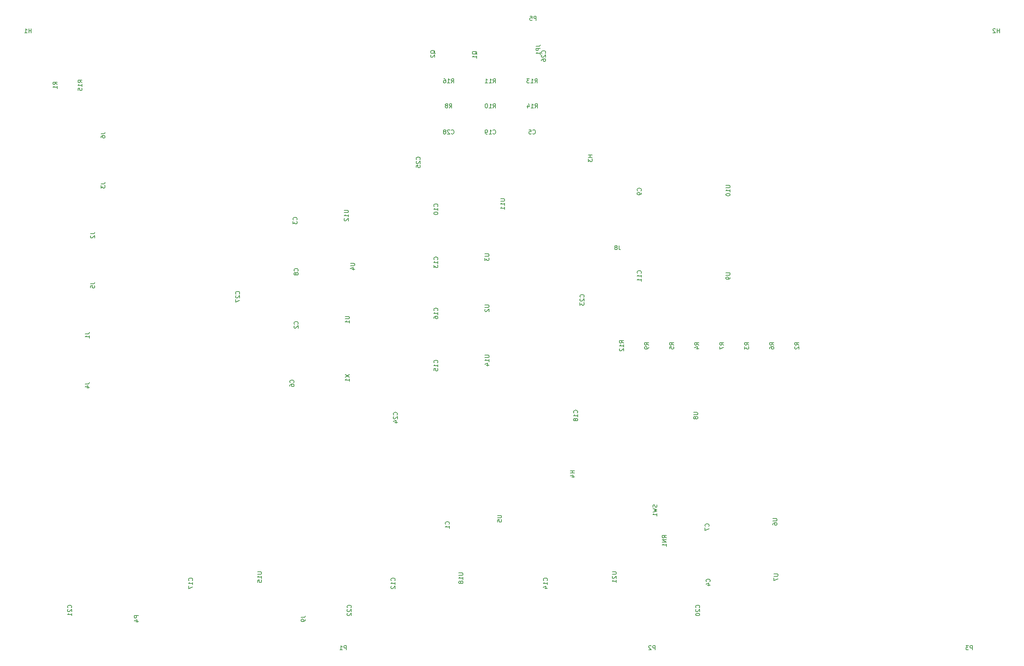
<source format=gbr>
%TF.GenerationSoftware,KiCad,Pcbnew,(6.0.11)*%
%TF.CreationDate,2024-01-15T17:38:44-05:00*%
%TF.ProjectId,input-output.Text,696e7075-742d-46f7-9574-7075742e5465,rev?*%
%TF.SameCoordinates,Original*%
%TF.FileFunction,Legend,Bot*%
%TF.FilePolarity,Positive*%
%FSLAX46Y46*%
G04 Gerber Fmt 4.6, Leading zero omitted, Abs format (unit mm)*
G04 Created by KiCad (PCBNEW (6.0.11)) date 2024-01-15 17:38:44*
%MOMM*%
%LPD*%
G01*
G04 APERTURE LIST*
%ADD10C,0.150000*%
G04 APERTURE END LIST*
D10*
%TO.C,H2*%
X269261904Y-78452380D02*
X269261904Y-77452380D01*
X269261904Y-77928571D02*
X268690476Y-77928571D01*
X268690476Y-78452380D02*
X268690476Y-77452380D01*
X268261904Y-77547619D02*
X268214285Y-77500000D01*
X268119047Y-77452380D01*
X267880952Y-77452380D01*
X267785714Y-77500000D01*
X267738095Y-77547619D01*
X267690476Y-77642857D01*
X267690476Y-77738095D01*
X267738095Y-77880952D01*
X268309523Y-78452380D01*
X267690476Y-78452380D01*
%TO.C,H1*%
X37261904Y-78452380D02*
X37261904Y-77452380D01*
X37261904Y-77928571D02*
X36690476Y-77928571D01*
X36690476Y-78452380D02*
X36690476Y-77452380D01*
X35690476Y-78452380D02*
X36261904Y-78452380D01*
X35976190Y-78452380D02*
X35976190Y-77452380D01*
X36071428Y-77595238D01*
X36166666Y-77690476D01*
X36261904Y-77738095D01*
%TO.C,P2*%
X186738095Y-226452380D02*
X186738095Y-225452380D01*
X186357142Y-225452380D01*
X186261904Y-225500000D01*
X186214285Y-225547619D01*
X186166666Y-225642857D01*
X186166666Y-225785714D01*
X186214285Y-225880952D01*
X186261904Y-225928571D01*
X186357142Y-225976190D01*
X186738095Y-225976190D01*
X185785714Y-225547619D02*
X185738095Y-225500000D01*
X185642857Y-225452380D01*
X185404761Y-225452380D01*
X185309523Y-225500000D01*
X185261904Y-225547619D01*
X185214285Y-225642857D01*
X185214285Y-225738095D01*
X185261904Y-225880952D01*
X185833333Y-226452380D01*
X185214285Y-226452380D01*
%TO.C,P3*%
X262738095Y-226452380D02*
X262738095Y-225452380D01*
X262357142Y-225452380D01*
X262261904Y-225500000D01*
X262214285Y-225547619D01*
X262166666Y-225642857D01*
X262166666Y-225785714D01*
X262214285Y-225880952D01*
X262261904Y-225928571D01*
X262357142Y-225976190D01*
X262738095Y-225976190D01*
X261833333Y-225452380D02*
X261214285Y-225452380D01*
X261547619Y-225833333D01*
X261404761Y-225833333D01*
X261309523Y-225880952D01*
X261261904Y-225928571D01*
X261214285Y-226023809D01*
X261214285Y-226261904D01*
X261261904Y-226357142D01*
X261309523Y-226404761D01*
X261404761Y-226452380D01*
X261690476Y-226452380D01*
X261785714Y-226404761D01*
X261833333Y-226357142D01*
%TO.C,P1*%
X112738095Y-226452380D02*
X112738095Y-225452380D01*
X112357142Y-225452380D01*
X112261904Y-225500000D01*
X112214285Y-225547619D01*
X112166666Y-225642857D01*
X112166666Y-225785714D01*
X112214285Y-225880952D01*
X112261904Y-225928571D01*
X112357142Y-225976190D01*
X112738095Y-225976190D01*
X111214285Y-226452380D02*
X111785714Y-226452380D01*
X111500000Y-226452380D02*
X111500000Y-225452380D01*
X111595238Y-225595238D01*
X111690476Y-225690476D01*
X111785714Y-225738095D01*
%TO.C,C16*%
X134607142Y-145107142D02*
X134654761Y-145059523D01*
X134702380Y-144916666D01*
X134702380Y-144821428D01*
X134654761Y-144678571D01*
X134559523Y-144583333D01*
X134464285Y-144535714D01*
X134273809Y-144488095D01*
X134130952Y-144488095D01*
X133940476Y-144535714D01*
X133845238Y-144583333D01*
X133750000Y-144678571D01*
X133702380Y-144821428D01*
X133702380Y-144916666D01*
X133750000Y-145059523D01*
X133797619Y-145107142D01*
X134702380Y-146059523D02*
X134702380Y-145488095D01*
X134702380Y-145773809D02*
X133702380Y-145773809D01*
X133845238Y-145678571D01*
X133940476Y-145583333D01*
X133988095Y-145488095D01*
X133702380Y-146916666D02*
X133702380Y-146726190D01*
X133750000Y-146630952D01*
X133797619Y-146583333D01*
X133940476Y-146488095D01*
X134130952Y-146440476D01*
X134511904Y-146440476D01*
X134607142Y-146488095D01*
X134654761Y-146535714D01*
X134702380Y-146630952D01*
X134702380Y-146821428D01*
X134654761Y-146916666D01*
X134607142Y-146964285D01*
X134511904Y-147011904D01*
X134273809Y-147011904D01*
X134178571Y-146964285D01*
X134130952Y-146916666D01*
X134083333Y-146821428D01*
X134083333Y-146630952D01*
X134130952Y-146535714D01*
X134178571Y-146488095D01*
X134273809Y-146440476D01*
%TO.C,U8*%
X195957380Y-169493095D02*
X196766904Y-169493095D01*
X196862142Y-169540714D01*
X196909761Y-169588333D01*
X196957380Y-169683571D01*
X196957380Y-169874047D01*
X196909761Y-169969285D01*
X196862142Y-170016904D01*
X196766904Y-170064523D01*
X195957380Y-170064523D01*
X196385952Y-170683571D02*
X196338333Y-170588333D01*
X196290714Y-170540714D01*
X196195476Y-170493095D01*
X196147857Y-170493095D01*
X196052619Y-170540714D01*
X196005000Y-170588333D01*
X195957380Y-170683571D01*
X195957380Y-170874047D01*
X196005000Y-170969285D01*
X196052619Y-171016904D01*
X196147857Y-171064523D01*
X196195476Y-171064523D01*
X196290714Y-171016904D01*
X196338333Y-170969285D01*
X196385952Y-170874047D01*
X196385952Y-170683571D01*
X196433571Y-170588333D01*
X196481190Y-170540714D01*
X196576428Y-170493095D01*
X196766904Y-170493095D01*
X196862142Y-170540714D01*
X196909761Y-170588333D01*
X196957380Y-170683571D01*
X196957380Y-170874047D01*
X196909761Y-170969285D01*
X196862142Y-171016904D01*
X196766904Y-171064523D01*
X196576428Y-171064523D01*
X196481190Y-171016904D01*
X196433571Y-170969285D01*
X196385952Y-170874047D01*
%TO.C,P5*%
X158238095Y-75452349D02*
X158238095Y-74452349D01*
X157857142Y-74452349D01*
X157761904Y-74499969D01*
X157714285Y-74547588D01*
X157666666Y-74642826D01*
X157666666Y-74785683D01*
X157714285Y-74880921D01*
X157761904Y-74928540D01*
X157857142Y-74976159D01*
X158238095Y-74976159D01*
X156761904Y-74452349D02*
X157238095Y-74452349D01*
X157285714Y-74928540D01*
X157238095Y-74880921D01*
X157142857Y-74833302D01*
X156904761Y-74833302D01*
X156809523Y-74880921D01*
X156761904Y-74928540D01*
X156714285Y-75023778D01*
X156714285Y-75261873D01*
X156761904Y-75357111D01*
X156809523Y-75404730D01*
X156904761Y-75452349D01*
X157142857Y-75452349D01*
X157238095Y-75404730D01*
X157285714Y-75357111D01*
%TO.C,R3*%
X209202380Y-153333333D02*
X208726190Y-153000000D01*
X209202380Y-152761904D02*
X208202380Y-152761904D01*
X208202380Y-153142857D01*
X208250000Y-153238095D01*
X208297619Y-153285714D01*
X208392857Y-153333333D01*
X208535714Y-153333333D01*
X208630952Y-153285714D01*
X208678571Y-153238095D01*
X208726190Y-153142857D01*
X208726190Y-152761904D01*
X208202380Y-153666666D02*
X208202380Y-154285714D01*
X208583333Y-153952380D01*
X208583333Y-154095238D01*
X208630952Y-154190476D01*
X208678571Y-154238095D01*
X208773809Y-154285714D01*
X209011904Y-154285714D01*
X209107142Y-154238095D01*
X209154761Y-154190476D01*
X209202380Y-154095238D01*
X209202380Y-153809523D01*
X209154761Y-153714285D01*
X209107142Y-153666666D01*
%TO.C,X1*%
X112472380Y-160430476D02*
X113472380Y-161097142D01*
X112472380Y-161097142D02*
X113472380Y-160430476D01*
X113472380Y-162001904D02*
X113472380Y-161430476D01*
X113472380Y-161716190D02*
X112472380Y-161716190D01*
X112615238Y-161620952D01*
X112710476Y-161525714D01*
X112758095Y-161430476D01*
%TO.C,J2*%
X51467380Y-126656666D02*
X52181666Y-126656666D01*
X52324523Y-126609047D01*
X52419761Y-126513809D01*
X52467380Y-126370952D01*
X52467380Y-126275714D01*
X51562619Y-127085238D02*
X51515000Y-127132857D01*
X51467380Y-127228095D01*
X51467380Y-127466190D01*
X51515000Y-127561428D01*
X51562619Y-127609047D01*
X51657857Y-127656666D01*
X51753095Y-127656666D01*
X51895952Y-127609047D01*
X52467380Y-127037619D01*
X52467380Y-127656666D01*
%TO.C,C22*%
X113857154Y-216357142D02*
X113904773Y-216309523D01*
X113952392Y-216166666D01*
X113952392Y-216071428D01*
X113904773Y-215928571D01*
X113809535Y-215833333D01*
X113714297Y-215785714D01*
X113523821Y-215738095D01*
X113380964Y-215738095D01*
X113190488Y-215785714D01*
X113095250Y-215833333D01*
X113000012Y-215928571D01*
X112952392Y-216071428D01*
X112952392Y-216166666D01*
X113000012Y-216309523D01*
X113047631Y-216357142D01*
X113047631Y-216738095D02*
X113000012Y-216785714D01*
X112952392Y-216880952D01*
X112952392Y-217119047D01*
X113000012Y-217214285D01*
X113047631Y-217261904D01*
X113142869Y-217309523D01*
X113238107Y-217309523D01*
X113380964Y-217261904D01*
X113952392Y-216690476D01*
X113952392Y-217309523D01*
X113047631Y-217690476D02*
X113000012Y-217738095D01*
X112952392Y-217833333D01*
X112952392Y-218071428D01*
X113000012Y-218166666D01*
X113047631Y-218214285D01*
X113142869Y-218261904D01*
X113238107Y-218261904D01*
X113380964Y-218214285D01*
X113952392Y-217642857D01*
X113952392Y-218261904D01*
%TO.C,C10*%
X134607142Y-120107142D02*
X134654761Y-120059523D01*
X134702380Y-119916666D01*
X134702380Y-119821428D01*
X134654761Y-119678571D01*
X134559523Y-119583333D01*
X134464285Y-119535714D01*
X134273809Y-119488095D01*
X134130952Y-119488095D01*
X133940476Y-119535714D01*
X133845238Y-119583333D01*
X133750000Y-119678571D01*
X133702380Y-119821428D01*
X133702380Y-119916666D01*
X133750000Y-120059523D01*
X133797619Y-120107142D01*
X134702380Y-121059523D02*
X134702380Y-120488095D01*
X134702380Y-120773809D02*
X133702380Y-120773809D01*
X133845238Y-120678571D01*
X133940476Y-120583333D01*
X133988095Y-120488095D01*
X133702380Y-121678571D02*
X133702380Y-121773809D01*
X133750000Y-121869047D01*
X133797619Y-121916666D01*
X133892857Y-121964285D01*
X134083333Y-122011904D01*
X134321428Y-122011904D01*
X134511904Y-121964285D01*
X134607142Y-121916666D01*
X134654761Y-121869047D01*
X134702380Y-121773809D01*
X134702380Y-121678571D01*
X134654761Y-121583333D01*
X134607142Y-121535714D01*
X134511904Y-121488095D01*
X134321428Y-121440476D01*
X134083333Y-121440476D01*
X133892857Y-121488095D01*
X133797619Y-121535714D01*
X133750000Y-121583333D01*
X133702380Y-121678571D01*
%TO.C,R4*%
X197202380Y-153333333D02*
X196726190Y-153000000D01*
X197202380Y-152761904D02*
X196202380Y-152761904D01*
X196202380Y-153142857D01*
X196250000Y-153238095D01*
X196297619Y-153285714D01*
X196392857Y-153333333D01*
X196535714Y-153333333D01*
X196630952Y-153285714D01*
X196678571Y-153238095D01*
X196726190Y-153142857D01*
X196726190Y-152761904D01*
X196535714Y-154190476D02*
X197202380Y-154190476D01*
X196154761Y-153952380D02*
X196869047Y-153714285D01*
X196869047Y-154333333D01*
%TO.C,R5*%
X191202380Y-153333333D02*
X190726190Y-153000000D01*
X191202380Y-152761904D02*
X190202380Y-152761904D01*
X190202380Y-153142857D01*
X190250000Y-153238095D01*
X190297619Y-153285714D01*
X190392857Y-153333333D01*
X190535714Y-153333333D01*
X190630952Y-153285714D01*
X190678571Y-153238095D01*
X190726190Y-153142857D01*
X190726190Y-152761904D01*
X190202380Y-154238095D02*
X190202380Y-153761904D01*
X190678571Y-153714285D01*
X190630952Y-153761904D01*
X190583333Y-153857142D01*
X190583333Y-154095238D01*
X190630952Y-154190476D01*
X190678571Y-154238095D01*
X190773809Y-154285714D01*
X191011904Y-154285714D01*
X191107142Y-154238095D01*
X191154761Y-154190476D01*
X191202380Y-154095238D01*
X191202380Y-153857142D01*
X191154761Y-153761904D01*
X191107142Y-153714285D01*
%TO.C,C14*%
X160857142Y-209857142D02*
X160904761Y-209809523D01*
X160952380Y-209666666D01*
X160952380Y-209571428D01*
X160904761Y-209428571D01*
X160809523Y-209333333D01*
X160714285Y-209285714D01*
X160523809Y-209238095D01*
X160380952Y-209238095D01*
X160190476Y-209285714D01*
X160095238Y-209333333D01*
X160000000Y-209428571D01*
X159952380Y-209571428D01*
X159952380Y-209666666D01*
X160000000Y-209809523D01*
X160047619Y-209857142D01*
X160952380Y-210809523D02*
X160952380Y-210238095D01*
X160952380Y-210523809D02*
X159952380Y-210523809D01*
X160095238Y-210428571D01*
X160190476Y-210333333D01*
X160238095Y-210238095D01*
X160285714Y-211666666D02*
X160952380Y-211666666D01*
X159904761Y-211428571D02*
X160619047Y-211190476D01*
X160619047Y-211809523D01*
%TO.C,R8*%
X137441666Y-96452380D02*
X137775000Y-95976190D01*
X138013095Y-96452380D02*
X138013095Y-95452380D01*
X137632142Y-95452380D01*
X137536904Y-95500000D01*
X137489285Y-95547619D01*
X137441666Y-95642857D01*
X137441666Y-95785714D01*
X137489285Y-95880952D01*
X137536904Y-95928571D01*
X137632142Y-95976190D01*
X138013095Y-95976190D01*
X136870238Y-95880952D02*
X136965476Y-95833333D01*
X137013095Y-95785714D01*
X137060714Y-95690476D01*
X137060714Y-95642857D01*
X137013095Y-95547619D01*
X136965476Y-95500000D01*
X136870238Y-95452380D01*
X136679761Y-95452380D01*
X136584523Y-95500000D01*
X136536904Y-95547619D01*
X136489285Y-95642857D01*
X136489285Y-95690476D01*
X136536904Y-95785714D01*
X136584523Y-95833333D01*
X136679761Y-95880952D01*
X136870238Y-95880952D01*
X136965476Y-95928571D01*
X137013095Y-95976190D01*
X137060714Y-96071428D01*
X137060714Y-96261904D01*
X137013095Y-96357142D01*
X136965476Y-96404761D01*
X136870238Y-96452380D01*
X136679761Y-96452380D01*
X136584523Y-96404761D01*
X136536904Y-96357142D01*
X136489285Y-96261904D01*
X136489285Y-96071428D01*
X136536904Y-95976190D01*
X136584523Y-95928571D01*
X136679761Y-95880952D01*
%TO.C,R12*%
X179202380Y-152857142D02*
X178726190Y-152523809D01*
X179202380Y-152285714D02*
X178202380Y-152285714D01*
X178202380Y-152666666D01*
X178250000Y-152761904D01*
X178297619Y-152809523D01*
X178392857Y-152857142D01*
X178535714Y-152857142D01*
X178630952Y-152809523D01*
X178678571Y-152761904D01*
X178726190Y-152666666D01*
X178726190Y-152285714D01*
X179202380Y-153809523D02*
X179202380Y-153238095D01*
X179202380Y-153523809D02*
X178202380Y-153523809D01*
X178345238Y-153428571D01*
X178440476Y-153333333D01*
X178488095Y-153238095D01*
X178297619Y-154190476D02*
X178250000Y-154238095D01*
X178202380Y-154333333D01*
X178202380Y-154571428D01*
X178250000Y-154666666D01*
X178297619Y-154714285D01*
X178392857Y-154761904D01*
X178488095Y-154761904D01*
X178630952Y-154714285D01*
X179202380Y-154142857D01*
X179202380Y-154761904D01*
%TO.C,C20*%
X197357142Y-216357142D02*
X197404761Y-216309523D01*
X197452380Y-216166666D01*
X197452380Y-216071428D01*
X197404761Y-215928571D01*
X197309523Y-215833333D01*
X197214285Y-215785714D01*
X197023809Y-215738095D01*
X196880952Y-215738095D01*
X196690476Y-215785714D01*
X196595238Y-215833333D01*
X196500000Y-215928571D01*
X196452380Y-216071428D01*
X196452380Y-216166666D01*
X196500000Y-216309523D01*
X196547619Y-216357142D01*
X196547619Y-216738095D02*
X196500000Y-216785714D01*
X196452380Y-216880952D01*
X196452380Y-217119047D01*
X196500000Y-217214285D01*
X196547619Y-217261904D01*
X196642857Y-217309523D01*
X196738095Y-217309523D01*
X196880952Y-217261904D01*
X197452380Y-216690476D01*
X197452380Y-217309523D01*
X196452380Y-217928571D02*
X196452380Y-218023809D01*
X196500000Y-218119047D01*
X196547619Y-218166666D01*
X196642857Y-218214285D01*
X196833333Y-218261904D01*
X197071428Y-218261904D01*
X197261904Y-218214285D01*
X197357142Y-218166666D01*
X197404761Y-218119047D01*
X197452380Y-218023809D01*
X197452380Y-217928571D01*
X197404761Y-217833333D01*
X197357142Y-217785714D01*
X197261904Y-217738095D01*
X197071428Y-217690476D01*
X196833333Y-217690476D01*
X196642857Y-217738095D01*
X196547619Y-217785714D01*
X196500000Y-217833333D01*
X196452380Y-217928571D01*
%TO.C,R11*%
X147917857Y-90452380D02*
X148251190Y-89976190D01*
X148489285Y-90452380D02*
X148489285Y-89452380D01*
X148108333Y-89452380D01*
X148013095Y-89500000D01*
X147965476Y-89547619D01*
X147917857Y-89642857D01*
X147917857Y-89785714D01*
X147965476Y-89880952D01*
X148013095Y-89928571D01*
X148108333Y-89976190D01*
X148489285Y-89976190D01*
X146965476Y-90452380D02*
X147536904Y-90452380D01*
X147251190Y-90452380D02*
X147251190Y-89452380D01*
X147346428Y-89595238D01*
X147441666Y-89690476D01*
X147536904Y-89738095D01*
X146013095Y-90452380D02*
X146584523Y-90452380D01*
X146298809Y-90452380D02*
X146298809Y-89452380D01*
X146394047Y-89595238D01*
X146489285Y-89690476D01*
X146584523Y-89738095D01*
%TO.C,C7*%
X199607142Y-196833333D02*
X199654761Y-196785714D01*
X199702380Y-196642857D01*
X199702380Y-196547619D01*
X199654761Y-196404761D01*
X199559523Y-196309523D01*
X199464285Y-196261904D01*
X199273809Y-196214285D01*
X199130952Y-196214285D01*
X198940476Y-196261904D01*
X198845238Y-196309523D01*
X198750000Y-196404761D01*
X198702380Y-196547619D01*
X198702380Y-196642857D01*
X198750000Y-196785714D01*
X198797619Y-196833333D01*
X198702380Y-197166666D02*
X198702380Y-197833333D01*
X199702380Y-197404761D01*
%TO.C,C27*%
X87107154Y-141107142D02*
X87154773Y-141059523D01*
X87202392Y-140916666D01*
X87202392Y-140821428D01*
X87154773Y-140678571D01*
X87059535Y-140583333D01*
X86964297Y-140535714D01*
X86773821Y-140488095D01*
X86630964Y-140488095D01*
X86440488Y-140535714D01*
X86345250Y-140583333D01*
X86250012Y-140678571D01*
X86202392Y-140821428D01*
X86202392Y-140916666D01*
X86250012Y-141059523D01*
X86297631Y-141107142D01*
X86297631Y-141488095D02*
X86250012Y-141535714D01*
X86202392Y-141630952D01*
X86202392Y-141869047D01*
X86250012Y-141964285D01*
X86297631Y-142011904D01*
X86392869Y-142059523D01*
X86488107Y-142059523D01*
X86630964Y-142011904D01*
X87202392Y-141440476D01*
X87202392Y-142059523D01*
X86202392Y-142392857D02*
X86202392Y-143059523D01*
X87202392Y-142630952D01*
%TO.C,J5*%
X51467380Y-138656666D02*
X52181666Y-138656666D01*
X52324523Y-138609047D01*
X52419761Y-138513809D01*
X52467380Y-138370952D01*
X52467380Y-138275714D01*
X51467380Y-139609047D02*
X51467380Y-139132857D01*
X51943571Y-139085238D01*
X51895952Y-139132857D01*
X51848333Y-139228095D01*
X51848333Y-139466190D01*
X51895952Y-139561428D01*
X51943571Y-139609047D01*
X52038809Y-139656666D01*
X52276904Y-139656666D01*
X52372142Y-139609047D01*
X52419761Y-139561428D01*
X52467380Y-139466190D01*
X52467380Y-139228095D01*
X52419761Y-139132857D01*
X52372142Y-139085238D01*
%TO.C,U21*%
X176457380Y-207751904D02*
X177266904Y-207751904D01*
X177362142Y-207799523D01*
X177409761Y-207847142D01*
X177457380Y-207942380D01*
X177457380Y-208132857D01*
X177409761Y-208228095D01*
X177362142Y-208275714D01*
X177266904Y-208323333D01*
X176457380Y-208323333D01*
X176552619Y-208751904D02*
X176505000Y-208799523D01*
X176457380Y-208894761D01*
X176457380Y-209132857D01*
X176505000Y-209228095D01*
X176552619Y-209275714D01*
X176647857Y-209323333D01*
X176743095Y-209323333D01*
X176885952Y-209275714D01*
X177457380Y-208704285D01*
X177457380Y-209323333D01*
X177457380Y-210275714D02*
X177457380Y-209704285D01*
X177457380Y-209990000D02*
X176457380Y-209990000D01*
X176600238Y-209894761D01*
X176695476Y-209799523D01*
X176743095Y-209704285D01*
%TO.C,C18*%
X168107142Y-169607142D02*
X168154761Y-169559523D01*
X168202380Y-169416666D01*
X168202380Y-169321428D01*
X168154761Y-169178571D01*
X168059523Y-169083333D01*
X167964285Y-169035714D01*
X167773809Y-168988095D01*
X167630952Y-168988095D01*
X167440476Y-169035714D01*
X167345238Y-169083333D01*
X167250000Y-169178571D01*
X167202380Y-169321428D01*
X167202380Y-169416666D01*
X167250000Y-169559523D01*
X167297619Y-169607142D01*
X168202380Y-170559523D02*
X168202380Y-169988095D01*
X168202380Y-170273809D02*
X167202380Y-170273809D01*
X167345238Y-170178571D01*
X167440476Y-170083333D01*
X167488095Y-169988095D01*
X167630952Y-171130952D02*
X167583333Y-171035714D01*
X167535714Y-170988095D01*
X167440476Y-170940476D01*
X167392857Y-170940476D01*
X167297619Y-170988095D01*
X167250000Y-171035714D01*
X167202380Y-171130952D01*
X167202380Y-171321428D01*
X167250000Y-171416666D01*
X167297619Y-171464285D01*
X167392857Y-171511904D01*
X167440476Y-171511904D01*
X167535714Y-171464285D01*
X167583333Y-171416666D01*
X167630952Y-171321428D01*
X167630952Y-171130952D01*
X167678571Y-171035714D01*
X167726190Y-170988095D01*
X167821428Y-170940476D01*
X168011904Y-170940476D01*
X168107142Y-170988095D01*
X168154761Y-171035714D01*
X168202380Y-171130952D01*
X168202380Y-171321428D01*
X168154761Y-171416666D01*
X168107142Y-171464285D01*
X168011904Y-171511904D01*
X167821428Y-171511904D01*
X167726190Y-171464285D01*
X167678571Y-171416666D01*
X167630952Y-171321428D01*
%TO.C,JP1*%
X158202380Y-81666666D02*
X158916666Y-81666666D01*
X159059523Y-81619047D01*
X159154761Y-81523809D01*
X159202380Y-81380952D01*
X159202380Y-81285714D01*
X159202380Y-82142857D02*
X158202380Y-82142857D01*
X158202380Y-82523809D01*
X158250000Y-82619047D01*
X158297619Y-82666666D01*
X158392857Y-82714285D01*
X158535714Y-82714285D01*
X158630952Y-82666666D01*
X158678571Y-82619047D01*
X158726190Y-82523809D01*
X158726190Y-82142857D01*
X159202380Y-83666666D02*
X159202380Y-83095238D01*
X159202380Y-83380952D02*
X158202380Y-83380952D01*
X158345238Y-83285714D01*
X158440476Y-83190476D01*
X158488095Y-83095238D01*
%TO.C,C9*%
X183357142Y-116333333D02*
X183404761Y-116285714D01*
X183452380Y-116142857D01*
X183452380Y-116047619D01*
X183404761Y-115904761D01*
X183309523Y-115809523D01*
X183214285Y-115761904D01*
X183023809Y-115714285D01*
X182880952Y-115714285D01*
X182690476Y-115761904D01*
X182595238Y-115809523D01*
X182500000Y-115904761D01*
X182452380Y-116047619D01*
X182452380Y-116142857D01*
X182500000Y-116285714D01*
X182547619Y-116333333D01*
X183452380Y-116809523D02*
X183452380Y-117000000D01*
X183404761Y-117095238D01*
X183357142Y-117142857D01*
X183214285Y-117238095D01*
X183023809Y-117285714D01*
X182642857Y-117285714D01*
X182547619Y-117238095D01*
X182500000Y-117190476D01*
X182452380Y-117095238D01*
X182452380Y-116904761D01*
X182500000Y-116809523D01*
X182547619Y-116761904D01*
X182642857Y-116714285D01*
X182880952Y-116714285D01*
X182976190Y-116761904D01*
X183023809Y-116809523D01*
X183071428Y-116904761D01*
X183071428Y-117095238D01*
X183023809Y-117190476D01*
X182976190Y-117238095D01*
X182880952Y-117285714D01*
%TO.C,C15*%
X134607142Y-157607142D02*
X134654761Y-157559523D01*
X134702380Y-157416666D01*
X134702380Y-157321428D01*
X134654761Y-157178571D01*
X134559523Y-157083333D01*
X134464285Y-157035714D01*
X134273809Y-156988095D01*
X134130952Y-156988095D01*
X133940476Y-157035714D01*
X133845238Y-157083333D01*
X133750000Y-157178571D01*
X133702380Y-157321428D01*
X133702380Y-157416666D01*
X133750000Y-157559523D01*
X133797619Y-157607142D01*
X134702380Y-158559523D02*
X134702380Y-157988095D01*
X134702380Y-158273809D02*
X133702380Y-158273809D01*
X133845238Y-158178571D01*
X133940476Y-158083333D01*
X133988095Y-157988095D01*
X133702380Y-159464285D02*
X133702380Y-158988095D01*
X134178571Y-158940476D01*
X134130952Y-158988095D01*
X134083333Y-159083333D01*
X134083333Y-159321428D01*
X134130952Y-159416666D01*
X134178571Y-159464285D01*
X134273809Y-159511904D01*
X134511904Y-159511904D01*
X134607142Y-159464285D01*
X134654761Y-159416666D01*
X134702380Y-159321428D01*
X134702380Y-159083333D01*
X134654761Y-158988095D01*
X134607142Y-158940476D01*
%TO.C,H4*%
X167452380Y-183488095D02*
X166452380Y-183488095D01*
X166928571Y-183488095D02*
X166928571Y-184059523D01*
X167452380Y-184059523D02*
X166452380Y-184059523D01*
X166785714Y-184964285D02*
X167452380Y-184964285D01*
X166404761Y-184726190D02*
X167119047Y-184488095D01*
X167119047Y-185107142D01*
%TO.C,J9*%
X101927380Y-218666666D02*
X102641666Y-218666666D01*
X102784523Y-218619047D01*
X102879761Y-218523809D01*
X102927380Y-218380952D01*
X102927380Y-218285714D01*
X102927380Y-219190476D02*
X102927380Y-219380952D01*
X102879761Y-219476190D01*
X102832142Y-219523809D01*
X102689285Y-219619047D01*
X102498809Y-219666666D01*
X102117857Y-219666666D01*
X102022619Y-219619047D01*
X101975000Y-219571428D01*
X101927380Y-219476190D01*
X101927380Y-219285714D01*
X101975000Y-219190476D01*
X102022619Y-219142857D01*
X102117857Y-219095238D01*
X102355952Y-219095238D01*
X102451190Y-219142857D01*
X102498809Y-219190476D01*
X102546428Y-219285714D01*
X102546428Y-219476190D01*
X102498809Y-219571428D01*
X102451190Y-219619047D01*
X102355952Y-219666666D01*
%TO.C,R1*%
X43452380Y-90833333D02*
X42976190Y-90500000D01*
X43452380Y-90261904D02*
X42452380Y-90261904D01*
X42452380Y-90642857D01*
X42500000Y-90738095D01*
X42547619Y-90785714D01*
X42642857Y-90833333D01*
X42785714Y-90833333D01*
X42880952Y-90785714D01*
X42928571Y-90738095D01*
X42976190Y-90642857D01*
X42976190Y-90261904D01*
X43452380Y-91785714D02*
X43452380Y-91214285D01*
X43452380Y-91500000D02*
X42452380Y-91500000D01*
X42595238Y-91404761D01*
X42690476Y-91309523D01*
X42738095Y-91214285D01*
%TO.C,U18*%
X139707380Y-208001904D02*
X140516904Y-208001904D01*
X140612142Y-208049523D01*
X140659761Y-208097142D01*
X140707380Y-208192380D01*
X140707380Y-208382857D01*
X140659761Y-208478095D01*
X140612142Y-208525714D01*
X140516904Y-208573333D01*
X139707380Y-208573333D01*
X140707380Y-209573333D02*
X140707380Y-209001904D01*
X140707380Y-209287619D02*
X139707380Y-209287619D01*
X139850238Y-209192380D01*
X139945476Y-209097142D01*
X139993095Y-209001904D01*
X140135952Y-210144761D02*
X140088333Y-210049523D01*
X140040714Y-210001904D01*
X139945476Y-209954285D01*
X139897857Y-209954285D01*
X139802619Y-210001904D01*
X139755000Y-210049523D01*
X139707380Y-210144761D01*
X139707380Y-210335238D01*
X139755000Y-210430476D01*
X139802619Y-210478095D01*
X139897857Y-210525714D01*
X139945476Y-210525714D01*
X140040714Y-210478095D01*
X140088333Y-210430476D01*
X140135952Y-210335238D01*
X140135952Y-210144761D01*
X140183571Y-210049523D01*
X140231190Y-210001904D01*
X140326428Y-209954285D01*
X140516904Y-209954285D01*
X140612142Y-210001904D01*
X140659761Y-210049523D01*
X140707380Y-210144761D01*
X140707380Y-210335238D01*
X140659761Y-210430476D01*
X140612142Y-210478095D01*
X140516904Y-210525714D01*
X140326428Y-210525714D01*
X140231190Y-210478095D01*
X140183571Y-210430476D01*
X140135952Y-210335238D01*
%TO.C,U1*%
X112472380Y-146478095D02*
X113281904Y-146478095D01*
X113377142Y-146525714D01*
X113424761Y-146573333D01*
X113472380Y-146668571D01*
X113472380Y-146859047D01*
X113424761Y-146954285D01*
X113377142Y-147001904D01*
X113281904Y-147049523D01*
X112472380Y-147049523D01*
X113472380Y-148049523D02*
X113472380Y-147478095D01*
X113472380Y-147763809D02*
X112472380Y-147763809D01*
X112615238Y-147668571D01*
X112710476Y-147573333D01*
X112758095Y-147478095D01*
%TO.C,U14*%
X145972380Y-155751904D02*
X146781904Y-155751904D01*
X146877142Y-155799523D01*
X146924761Y-155847142D01*
X146972380Y-155942380D01*
X146972380Y-156132857D01*
X146924761Y-156228095D01*
X146877142Y-156275714D01*
X146781904Y-156323333D01*
X145972380Y-156323333D01*
X146972380Y-157323333D02*
X146972380Y-156751904D01*
X146972380Y-157037619D02*
X145972380Y-157037619D01*
X146115238Y-156942380D01*
X146210476Y-156847142D01*
X146258095Y-156751904D01*
X146305714Y-158180476D02*
X146972380Y-158180476D01*
X145924761Y-157942380D02*
X146639047Y-157704285D01*
X146639047Y-158323333D01*
%TO.C,U6*%
X214957380Y-194978095D02*
X215766904Y-194978095D01*
X215862142Y-195025714D01*
X215909761Y-195073333D01*
X215957380Y-195168571D01*
X215957380Y-195359047D01*
X215909761Y-195454285D01*
X215862142Y-195501904D01*
X215766904Y-195549523D01*
X214957380Y-195549523D01*
X214957380Y-196454285D02*
X214957380Y-196263809D01*
X215005000Y-196168571D01*
X215052619Y-196120952D01*
X215195476Y-196025714D01*
X215385952Y-195978095D01*
X215766904Y-195978095D01*
X215862142Y-196025714D01*
X215909761Y-196073333D01*
X215957380Y-196168571D01*
X215957380Y-196359047D01*
X215909761Y-196454285D01*
X215862142Y-196501904D01*
X215766904Y-196549523D01*
X215528809Y-196549523D01*
X215433571Y-196501904D01*
X215385952Y-196454285D01*
X215338333Y-196359047D01*
X215338333Y-196168571D01*
X215385952Y-196073333D01*
X215433571Y-196025714D01*
X215528809Y-195978095D01*
%TO.C,U5*%
X148947380Y-194228095D02*
X149756904Y-194228095D01*
X149852142Y-194275714D01*
X149899761Y-194323333D01*
X149947380Y-194418571D01*
X149947380Y-194609047D01*
X149899761Y-194704285D01*
X149852142Y-194751904D01*
X149756904Y-194799523D01*
X148947380Y-194799523D01*
X148947380Y-195751904D02*
X148947380Y-195275714D01*
X149423571Y-195228095D01*
X149375952Y-195275714D01*
X149328333Y-195370952D01*
X149328333Y-195609047D01*
X149375952Y-195704285D01*
X149423571Y-195751904D01*
X149518809Y-195799523D01*
X149756904Y-195799523D01*
X149852142Y-195751904D01*
X149899761Y-195704285D01*
X149947380Y-195609047D01*
X149947380Y-195370952D01*
X149899761Y-195275714D01*
X149852142Y-195228095D01*
%TO.C,U4*%
X113742380Y-133728095D02*
X114551904Y-133728095D01*
X114647142Y-133775714D01*
X114694761Y-133823333D01*
X114742380Y-133918571D01*
X114742380Y-134109047D01*
X114694761Y-134204285D01*
X114647142Y-134251904D01*
X114551904Y-134299523D01*
X113742380Y-134299523D01*
X114075714Y-135204285D02*
X114742380Y-135204285D01*
X113694761Y-134966190D02*
X114409047Y-134728095D01*
X114409047Y-135347142D01*
%TO.C,R15*%
X49452380Y-90357142D02*
X48976190Y-90023809D01*
X49452380Y-89785714D02*
X48452380Y-89785714D01*
X48452380Y-90166666D01*
X48500000Y-90261904D01*
X48547619Y-90309523D01*
X48642857Y-90357142D01*
X48785714Y-90357142D01*
X48880952Y-90309523D01*
X48928571Y-90261904D01*
X48976190Y-90166666D01*
X48976190Y-89785714D01*
X49452380Y-91309523D02*
X49452380Y-90738095D01*
X49452380Y-91023809D02*
X48452380Y-91023809D01*
X48595238Y-90928571D01*
X48690476Y-90833333D01*
X48738095Y-90738095D01*
X48452380Y-92214285D02*
X48452380Y-91738095D01*
X48928571Y-91690476D01*
X48880952Y-91738095D01*
X48833333Y-91833333D01*
X48833333Y-92071428D01*
X48880952Y-92166666D01*
X48928571Y-92214285D01*
X49023809Y-92261904D01*
X49261904Y-92261904D01*
X49357142Y-92214285D01*
X49404761Y-92166666D01*
X49452380Y-92071428D01*
X49452380Y-91833333D01*
X49404761Y-91738095D01*
X49357142Y-91690476D01*
%TO.C,R13*%
X157917857Y-90452380D02*
X158251190Y-89976190D01*
X158489285Y-90452380D02*
X158489285Y-89452380D01*
X158108333Y-89452380D01*
X158013095Y-89500000D01*
X157965476Y-89547619D01*
X157917857Y-89642857D01*
X157917857Y-89785714D01*
X157965476Y-89880952D01*
X158013095Y-89928571D01*
X158108333Y-89976190D01*
X158489285Y-89976190D01*
X156965476Y-90452380D02*
X157536904Y-90452380D01*
X157251190Y-90452380D02*
X157251190Y-89452380D01*
X157346428Y-89595238D01*
X157441666Y-89690476D01*
X157536904Y-89738095D01*
X156632142Y-89452380D02*
X156013095Y-89452380D01*
X156346428Y-89833333D01*
X156203571Y-89833333D01*
X156108333Y-89880952D01*
X156060714Y-89928571D01*
X156013095Y-90023809D01*
X156013095Y-90261904D01*
X156060714Y-90357142D01*
X156108333Y-90404761D01*
X156203571Y-90452380D01*
X156489285Y-90452380D01*
X156584523Y-90404761D01*
X156632142Y-90357142D01*
%TO.C,C23*%
X169652042Y-141857142D02*
X169699661Y-141809523D01*
X169747280Y-141666666D01*
X169747280Y-141571428D01*
X169699661Y-141428571D01*
X169604423Y-141333333D01*
X169509185Y-141285714D01*
X169318709Y-141238095D01*
X169175852Y-141238095D01*
X168985376Y-141285714D01*
X168890138Y-141333333D01*
X168794900Y-141428571D01*
X168747280Y-141571428D01*
X168747280Y-141666666D01*
X168794900Y-141809523D01*
X168842519Y-141857142D01*
X168842519Y-142238095D02*
X168794900Y-142285714D01*
X168747280Y-142380952D01*
X168747280Y-142619047D01*
X168794900Y-142714285D01*
X168842519Y-142761904D01*
X168937757Y-142809523D01*
X169032995Y-142809523D01*
X169175852Y-142761904D01*
X169747280Y-142190476D01*
X169747280Y-142809523D01*
X168747280Y-143142857D02*
X168747280Y-143761904D01*
X169128233Y-143428571D01*
X169128233Y-143571428D01*
X169175852Y-143666666D01*
X169223471Y-143714285D01*
X169318709Y-143761904D01*
X169556804Y-143761904D01*
X169652042Y-143714285D01*
X169699661Y-143666666D01*
X169747280Y-143571428D01*
X169747280Y-143285714D01*
X169699661Y-143190476D01*
X169652042Y-143142857D01*
%TO.C,R9*%
X185202380Y-153333333D02*
X184726190Y-153000000D01*
X185202380Y-152761904D02*
X184202380Y-152761904D01*
X184202380Y-153142857D01*
X184250000Y-153238095D01*
X184297619Y-153285714D01*
X184392857Y-153333333D01*
X184535714Y-153333333D01*
X184630952Y-153285714D01*
X184678571Y-153238095D01*
X184726190Y-153142857D01*
X184726190Y-152761904D01*
X185202380Y-153809523D02*
X185202380Y-154000000D01*
X185154761Y-154095238D01*
X185107142Y-154142857D01*
X184964285Y-154238095D01*
X184773809Y-154285714D01*
X184392857Y-154285714D01*
X184297619Y-154238095D01*
X184250000Y-154190476D01*
X184202380Y-154095238D01*
X184202380Y-153904761D01*
X184250000Y-153809523D01*
X184297619Y-153761904D01*
X184392857Y-153714285D01*
X184630952Y-153714285D01*
X184726190Y-153761904D01*
X184773809Y-153809523D01*
X184821428Y-153904761D01*
X184821428Y-154095238D01*
X184773809Y-154190476D01*
X184726190Y-154238095D01*
X184630952Y-154285714D01*
%TO.C,R7*%
X203202380Y-153333333D02*
X202726190Y-153000000D01*
X203202380Y-152761904D02*
X202202380Y-152761904D01*
X202202380Y-153142857D01*
X202250000Y-153238095D01*
X202297619Y-153285714D01*
X202392857Y-153333333D01*
X202535714Y-153333333D01*
X202630952Y-153285714D01*
X202678571Y-153238095D01*
X202726190Y-153142857D01*
X202726190Y-152761904D01*
X202202380Y-153666666D02*
X202202380Y-154333333D01*
X203202380Y-153904761D01*
%TO.C,C21*%
X46857154Y-216357142D02*
X46904773Y-216309523D01*
X46952392Y-216166666D01*
X46952392Y-216071428D01*
X46904773Y-215928571D01*
X46809535Y-215833333D01*
X46714297Y-215785714D01*
X46523821Y-215738095D01*
X46380964Y-215738095D01*
X46190488Y-215785714D01*
X46095250Y-215833333D01*
X46000012Y-215928571D01*
X45952392Y-216071428D01*
X45952392Y-216166666D01*
X46000012Y-216309523D01*
X46047631Y-216357142D01*
X46047631Y-216738095D02*
X46000012Y-216785714D01*
X45952392Y-216880952D01*
X45952392Y-217119047D01*
X46000012Y-217214285D01*
X46047631Y-217261904D01*
X46142869Y-217309523D01*
X46238107Y-217309523D01*
X46380964Y-217261904D01*
X46952392Y-216690476D01*
X46952392Y-217309523D01*
X46952392Y-218261904D02*
X46952392Y-217690476D01*
X46952392Y-217976190D02*
X45952392Y-217976190D01*
X46095250Y-217880952D01*
X46190488Y-217785714D01*
X46238107Y-217690476D01*
%TO.C,U9*%
X203712380Y-135993095D02*
X204521904Y-135993095D01*
X204617142Y-136040714D01*
X204664761Y-136088333D01*
X204712380Y-136183571D01*
X204712380Y-136374047D01*
X204664761Y-136469285D01*
X204617142Y-136516904D01*
X204521904Y-136564523D01*
X203712380Y-136564523D01*
X204712380Y-137088333D02*
X204712380Y-137278809D01*
X204664761Y-137374047D01*
X204617142Y-137421666D01*
X204474285Y-137516904D01*
X204283809Y-137564523D01*
X203902857Y-137564523D01*
X203807619Y-137516904D01*
X203760000Y-137469285D01*
X203712380Y-137374047D01*
X203712380Y-137183571D01*
X203760000Y-137088333D01*
X203807619Y-137040714D01*
X203902857Y-136993095D01*
X204140952Y-136993095D01*
X204236190Y-137040714D01*
X204283809Y-137088333D01*
X204331428Y-137183571D01*
X204331428Y-137374047D01*
X204283809Y-137469285D01*
X204236190Y-137516904D01*
X204140952Y-137564523D01*
%TO.C,C12*%
X124357142Y-209857142D02*
X124404761Y-209809523D01*
X124452380Y-209666666D01*
X124452380Y-209571428D01*
X124404761Y-209428571D01*
X124309523Y-209333333D01*
X124214285Y-209285714D01*
X124023809Y-209238095D01*
X123880952Y-209238095D01*
X123690476Y-209285714D01*
X123595238Y-209333333D01*
X123500000Y-209428571D01*
X123452380Y-209571428D01*
X123452380Y-209666666D01*
X123500000Y-209809523D01*
X123547619Y-209857142D01*
X124452380Y-210809523D02*
X124452380Y-210238095D01*
X124452380Y-210523809D02*
X123452380Y-210523809D01*
X123595238Y-210428571D01*
X123690476Y-210333333D01*
X123738095Y-210238095D01*
X123547619Y-211190476D02*
X123500000Y-211238095D01*
X123452380Y-211333333D01*
X123452380Y-211571428D01*
X123500000Y-211666666D01*
X123547619Y-211714285D01*
X123642857Y-211761904D01*
X123738095Y-211761904D01*
X123880952Y-211714285D01*
X124452380Y-211142857D01*
X124452380Y-211761904D01*
%TO.C,U10*%
X203712380Y-115016904D02*
X204521904Y-115016904D01*
X204617142Y-115064523D01*
X204664761Y-115112142D01*
X204712380Y-115207380D01*
X204712380Y-115397857D01*
X204664761Y-115493095D01*
X204617142Y-115540714D01*
X204521904Y-115588333D01*
X203712380Y-115588333D01*
X204712380Y-116588333D02*
X204712380Y-116016904D01*
X204712380Y-116302619D02*
X203712380Y-116302619D01*
X203855238Y-116207380D01*
X203950476Y-116112142D01*
X203998095Y-116016904D01*
X203712380Y-117207380D02*
X203712380Y-117302619D01*
X203760000Y-117397857D01*
X203807619Y-117445476D01*
X203902857Y-117493095D01*
X204093333Y-117540714D01*
X204331428Y-117540714D01*
X204521904Y-117493095D01*
X204617142Y-117445476D01*
X204664761Y-117397857D01*
X204712380Y-117302619D01*
X204712380Y-117207380D01*
X204664761Y-117112142D01*
X204617142Y-117064523D01*
X204521904Y-117016904D01*
X204331428Y-116969285D01*
X204093333Y-116969285D01*
X203902857Y-117016904D01*
X203807619Y-117064523D01*
X203760000Y-117112142D01*
X203712380Y-117207380D01*
%TO.C,C19*%
X147917857Y-102607142D02*
X147965476Y-102654761D01*
X148108333Y-102702380D01*
X148203571Y-102702380D01*
X148346428Y-102654761D01*
X148441666Y-102559523D01*
X148489285Y-102464285D01*
X148536904Y-102273809D01*
X148536904Y-102130952D01*
X148489285Y-101940476D01*
X148441666Y-101845238D01*
X148346428Y-101750000D01*
X148203571Y-101702380D01*
X148108333Y-101702380D01*
X147965476Y-101750000D01*
X147917857Y-101797619D01*
X146965476Y-102702380D02*
X147536904Y-102702380D01*
X147251190Y-102702380D02*
X147251190Y-101702380D01*
X147346428Y-101845238D01*
X147441666Y-101940476D01*
X147536904Y-101988095D01*
X146489285Y-102702380D02*
X146298809Y-102702380D01*
X146203571Y-102654761D01*
X146155952Y-102607142D01*
X146060714Y-102464285D01*
X146013095Y-102273809D01*
X146013095Y-101892857D01*
X146060714Y-101797619D01*
X146108333Y-101750000D01*
X146203571Y-101702380D01*
X146394047Y-101702380D01*
X146489285Y-101750000D01*
X146536904Y-101797619D01*
X146584523Y-101892857D01*
X146584523Y-102130952D01*
X146536904Y-102226190D01*
X146489285Y-102273809D01*
X146394047Y-102321428D01*
X146203571Y-102321428D01*
X146108333Y-102273809D01*
X146060714Y-102226190D01*
X146013095Y-102130952D01*
%TO.C,R16*%
X137917857Y-90452380D02*
X138251190Y-89976190D01*
X138489285Y-90452380D02*
X138489285Y-89452380D01*
X138108333Y-89452380D01*
X138013095Y-89500000D01*
X137965476Y-89547619D01*
X137917857Y-89642857D01*
X137917857Y-89785714D01*
X137965476Y-89880952D01*
X138013095Y-89928571D01*
X138108333Y-89976190D01*
X138489285Y-89976190D01*
X136965476Y-90452380D02*
X137536904Y-90452380D01*
X137251190Y-90452380D02*
X137251190Y-89452380D01*
X137346428Y-89595238D01*
X137441666Y-89690476D01*
X137536904Y-89738095D01*
X136108333Y-89452380D02*
X136298809Y-89452380D01*
X136394047Y-89500000D01*
X136441666Y-89547619D01*
X136536904Y-89690476D01*
X136584523Y-89880952D01*
X136584523Y-90261904D01*
X136536904Y-90357142D01*
X136489285Y-90404761D01*
X136394047Y-90452380D01*
X136203571Y-90452380D01*
X136108333Y-90404761D01*
X136060714Y-90357142D01*
X136013095Y-90261904D01*
X136013095Y-90023809D01*
X136060714Y-89928571D01*
X136108333Y-89880952D01*
X136203571Y-89833333D01*
X136394047Y-89833333D01*
X136489285Y-89880952D01*
X136536904Y-89928571D01*
X136584523Y-90023809D01*
%TO.C,R6*%
X215202380Y-153333333D02*
X214726190Y-153000000D01*
X215202380Y-152761904D02*
X214202380Y-152761904D01*
X214202380Y-153142857D01*
X214250000Y-153238095D01*
X214297619Y-153285714D01*
X214392857Y-153333333D01*
X214535714Y-153333333D01*
X214630952Y-153285714D01*
X214678571Y-153238095D01*
X214726190Y-153142857D01*
X214726190Y-152761904D01*
X214202380Y-154190476D02*
X214202380Y-154000000D01*
X214250000Y-153904761D01*
X214297619Y-153857142D01*
X214440476Y-153761904D01*
X214630952Y-153714285D01*
X215011904Y-153714285D01*
X215107142Y-153761904D01*
X215154761Y-153809523D01*
X215202380Y-153904761D01*
X215202380Y-154095238D01*
X215154761Y-154190476D01*
X215107142Y-154238095D01*
X215011904Y-154285714D01*
X214773809Y-154285714D01*
X214678571Y-154238095D01*
X214630952Y-154190476D01*
X214583333Y-154095238D01*
X214583333Y-153904761D01*
X214630952Y-153809523D01*
X214678571Y-153761904D01*
X214773809Y-153714285D01*
%TO.C,C24*%
X124927042Y-170107142D02*
X124974661Y-170059523D01*
X125022280Y-169916666D01*
X125022280Y-169821428D01*
X124974661Y-169678571D01*
X124879423Y-169583333D01*
X124784185Y-169535714D01*
X124593709Y-169488095D01*
X124450852Y-169488095D01*
X124260376Y-169535714D01*
X124165138Y-169583333D01*
X124069900Y-169678571D01*
X124022280Y-169821428D01*
X124022280Y-169916666D01*
X124069900Y-170059523D01*
X124117519Y-170107142D01*
X124117519Y-170488095D02*
X124069900Y-170535714D01*
X124022280Y-170630952D01*
X124022280Y-170869047D01*
X124069900Y-170964285D01*
X124117519Y-171011904D01*
X124212757Y-171059523D01*
X124307995Y-171059523D01*
X124450852Y-171011904D01*
X125022280Y-170440476D01*
X125022280Y-171059523D01*
X124355614Y-171916666D02*
X125022280Y-171916666D01*
X123974661Y-171678571D02*
X124688947Y-171440476D01*
X124688947Y-172059523D01*
%TO.C,J3*%
X53957380Y-114656666D02*
X54671666Y-114656666D01*
X54814523Y-114609047D01*
X54909761Y-114513809D01*
X54957380Y-114370952D01*
X54957380Y-114275714D01*
X53957380Y-115037619D02*
X53957380Y-115656666D01*
X54338333Y-115323333D01*
X54338333Y-115466190D01*
X54385952Y-115561428D01*
X54433571Y-115609047D01*
X54528809Y-115656666D01*
X54766904Y-115656666D01*
X54862142Y-115609047D01*
X54909761Y-115561428D01*
X54957380Y-115466190D01*
X54957380Y-115180476D01*
X54909761Y-115085238D01*
X54862142Y-115037619D01*
%TO.C,P4*%
X62952380Y-218261904D02*
X61952380Y-218261904D01*
X61952380Y-218642857D01*
X62000000Y-218738095D01*
X62047619Y-218785714D01*
X62142857Y-218833333D01*
X62285714Y-218833333D01*
X62380952Y-218785714D01*
X62428571Y-218738095D01*
X62476190Y-218642857D01*
X62476190Y-218261904D01*
X62285714Y-219690476D02*
X62952380Y-219690476D01*
X61904761Y-219452380D02*
X62619047Y-219214285D01*
X62619047Y-219833333D01*
%TO.C,R2*%
X221202380Y-153333333D02*
X220726190Y-153000000D01*
X221202380Y-152761904D02*
X220202380Y-152761904D01*
X220202380Y-153142857D01*
X220250000Y-153238095D01*
X220297619Y-153285714D01*
X220392857Y-153333333D01*
X220535714Y-153333333D01*
X220630952Y-153285714D01*
X220678571Y-153238095D01*
X220726190Y-153142857D01*
X220726190Y-152761904D01*
X220297619Y-153714285D02*
X220250000Y-153761904D01*
X220202380Y-153857142D01*
X220202380Y-154095238D01*
X220250000Y-154190476D01*
X220297619Y-154238095D01*
X220392857Y-154285714D01*
X220488095Y-154285714D01*
X220630952Y-154238095D01*
X221202380Y-153666666D01*
X221202380Y-154285714D01*
%TO.C,SW1*%
X187154761Y-191666666D02*
X187202380Y-191809523D01*
X187202380Y-192047619D01*
X187154761Y-192142857D01*
X187107142Y-192190476D01*
X187011904Y-192238095D01*
X186916666Y-192238095D01*
X186821428Y-192190476D01*
X186773809Y-192142857D01*
X186726190Y-192047619D01*
X186678571Y-191857142D01*
X186630952Y-191761904D01*
X186583333Y-191714285D01*
X186488095Y-191666666D01*
X186392857Y-191666666D01*
X186297619Y-191714285D01*
X186250000Y-191761904D01*
X186202380Y-191857142D01*
X186202380Y-192095238D01*
X186250000Y-192238095D01*
X186202380Y-192571428D02*
X187202380Y-192809523D01*
X186488095Y-193000000D01*
X187202380Y-193190476D01*
X186202380Y-193428571D01*
X187202380Y-194333333D02*
X187202380Y-193761904D01*
X187202380Y-194047619D02*
X186202380Y-194047619D01*
X186345238Y-193952380D01*
X186440476Y-193857142D01*
X186488095Y-193761904D01*
%TO.C,J1*%
X50197380Y-150656666D02*
X50911666Y-150656666D01*
X51054523Y-150609047D01*
X51149761Y-150513809D01*
X51197380Y-150370952D01*
X51197380Y-150275714D01*
X51197380Y-151656666D02*
X51197380Y-151085238D01*
X51197380Y-151370952D02*
X50197380Y-151370952D01*
X50340238Y-151275714D01*
X50435476Y-151180476D01*
X50483095Y-151085238D01*
%TO.C,R10*%
X147917857Y-96452380D02*
X148251190Y-95976190D01*
X148489285Y-96452380D02*
X148489285Y-95452380D01*
X148108333Y-95452380D01*
X148013095Y-95500000D01*
X147965476Y-95547619D01*
X147917857Y-95642857D01*
X147917857Y-95785714D01*
X147965476Y-95880952D01*
X148013095Y-95928571D01*
X148108333Y-95976190D01*
X148489285Y-95976190D01*
X146965476Y-96452380D02*
X147536904Y-96452380D01*
X147251190Y-96452380D02*
X147251190Y-95452380D01*
X147346428Y-95595238D01*
X147441666Y-95690476D01*
X147536904Y-95738095D01*
X146346428Y-95452380D02*
X146251190Y-95452380D01*
X146155952Y-95500000D01*
X146108333Y-95547619D01*
X146060714Y-95642857D01*
X146013095Y-95833333D01*
X146013095Y-96071428D01*
X146060714Y-96261904D01*
X146108333Y-96357142D01*
X146155952Y-96404761D01*
X146251190Y-96452380D01*
X146346428Y-96452380D01*
X146441666Y-96404761D01*
X146489285Y-96357142D01*
X146536904Y-96261904D01*
X146584523Y-96071428D01*
X146584523Y-95833333D01*
X146536904Y-95642857D01*
X146489285Y-95547619D01*
X146441666Y-95500000D01*
X146346428Y-95452380D01*
%TO.C,C25*%
X130382154Y-108857142D02*
X130429773Y-108809523D01*
X130477392Y-108666666D01*
X130477392Y-108571428D01*
X130429773Y-108428571D01*
X130334535Y-108333333D01*
X130239297Y-108285714D01*
X130048821Y-108238095D01*
X129905964Y-108238095D01*
X129715488Y-108285714D01*
X129620250Y-108333333D01*
X129525012Y-108428571D01*
X129477392Y-108571428D01*
X129477392Y-108666666D01*
X129525012Y-108809523D01*
X129572631Y-108857142D01*
X129572631Y-109238095D02*
X129525012Y-109285714D01*
X129477392Y-109380952D01*
X129477392Y-109619047D01*
X129525012Y-109714285D01*
X129572631Y-109761904D01*
X129667869Y-109809523D01*
X129763107Y-109809523D01*
X129905964Y-109761904D01*
X130477392Y-109190476D01*
X130477392Y-109809523D01*
X129477392Y-110714285D02*
X129477392Y-110238095D01*
X129953583Y-110190476D01*
X129905964Y-110238095D01*
X129858345Y-110333333D01*
X129858345Y-110571428D01*
X129905964Y-110666666D01*
X129953583Y-110714285D01*
X130048821Y-110761904D01*
X130286916Y-110761904D01*
X130382154Y-110714285D01*
X130429773Y-110666666D01*
X130477392Y-110571428D01*
X130477392Y-110333333D01*
X130429773Y-110238095D01*
X130382154Y-110190476D01*
%TO.C,C13*%
X134607142Y-132857142D02*
X134654761Y-132809523D01*
X134702380Y-132666666D01*
X134702380Y-132571428D01*
X134654761Y-132428571D01*
X134559523Y-132333333D01*
X134464285Y-132285714D01*
X134273809Y-132238095D01*
X134130952Y-132238095D01*
X133940476Y-132285714D01*
X133845238Y-132333333D01*
X133750000Y-132428571D01*
X133702380Y-132571428D01*
X133702380Y-132666666D01*
X133750000Y-132809523D01*
X133797619Y-132857142D01*
X134702380Y-133809523D02*
X134702380Y-133238095D01*
X134702380Y-133523809D02*
X133702380Y-133523809D01*
X133845238Y-133428571D01*
X133940476Y-133333333D01*
X133988095Y-133238095D01*
X133702380Y-134142857D02*
X133702380Y-134761904D01*
X134083333Y-134428571D01*
X134083333Y-134571428D01*
X134130952Y-134666666D01*
X134178571Y-134714285D01*
X134273809Y-134761904D01*
X134511904Y-134761904D01*
X134607142Y-134714285D01*
X134654761Y-134666666D01*
X134702380Y-134571428D01*
X134702380Y-134285714D01*
X134654761Y-134190476D01*
X134607142Y-134142857D01*
%TO.C,J6*%
X53957380Y-102656666D02*
X54671666Y-102656666D01*
X54814523Y-102609047D01*
X54909761Y-102513809D01*
X54957380Y-102370952D01*
X54957380Y-102275714D01*
X53957380Y-103561428D02*
X53957380Y-103370952D01*
X54005000Y-103275714D01*
X54052619Y-103228095D01*
X54195476Y-103132857D01*
X54385952Y-103085238D01*
X54766904Y-103085238D01*
X54862142Y-103132857D01*
X54909761Y-103180476D01*
X54957380Y-103275714D01*
X54957380Y-103466190D01*
X54909761Y-103561428D01*
X54862142Y-103609047D01*
X54766904Y-103656666D01*
X54528809Y-103656666D01*
X54433571Y-103609047D01*
X54385952Y-103561428D01*
X54338333Y-103466190D01*
X54338333Y-103275714D01*
X54385952Y-103180476D01*
X54433571Y-103132857D01*
X54528809Y-103085238D01*
%TO.C,H3*%
X171702380Y-107738095D02*
X170702380Y-107738095D01*
X171178571Y-107738095D02*
X171178571Y-108309523D01*
X171702380Y-108309523D02*
X170702380Y-108309523D01*
X170702380Y-108690476D02*
X170702380Y-109309523D01*
X171083333Y-108976190D01*
X171083333Y-109119047D01*
X171130952Y-109214285D01*
X171178571Y-109261904D01*
X171273809Y-109309523D01*
X171511904Y-109309523D01*
X171607142Y-109261904D01*
X171654761Y-109214285D01*
X171702380Y-109119047D01*
X171702380Y-108833333D01*
X171654761Y-108738095D01*
X171607142Y-108690476D01*
%TO.C,C3*%
X100882142Y-123333333D02*
X100929761Y-123285714D01*
X100977380Y-123142857D01*
X100977380Y-123047619D01*
X100929761Y-122904761D01*
X100834523Y-122809523D01*
X100739285Y-122761904D01*
X100548809Y-122714285D01*
X100405952Y-122714285D01*
X100215476Y-122761904D01*
X100120238Y-122809523D01*
X100025000Y-122904761D01*
X99977380Y-123047619D01*
X99977380Y-123142857D01*
X100025000Y-123285714D01*
X100072619Y-123333333D01*
X99977380Y-123666666D02*
X99977380Y-124285714D01*
X100358333Y-123952380D01*
X100358333Y-124095238D01*
X100405952Y-124190476D01*
X100453571Y-124238095D01*
X100548809Y-124285714D01*
X100786904Y-124285714D01*
X100882142Y-124238095D01*
X100929761Y-124190476D01*
X100977380Y-124095238D01*
X100977380Y-123809523D01*
X100929761Y-123714285D01*
X100882142Y-123666666D01*
%TO.C,U7*%
X215207380Y-208228095D02*
X216016904Y-208228095D01*
X216112142Y-208275714D01*
X216159761Y-208323333D01*
X216207380Y-208418571D01*
X216207380Y-208609047D01*
X216159761Y-208704285D01*
X216112142Y-208751904D01*
X216016904Y-208799523D01*
X215207380Y-208799523D01*
X215207380Y-209180476D02*
X215207380Y-209847142D01*
X216207380Y-209418571D01*
%TO.C,J4*%
X50197380Y-162656666D02*
X50911666Y-162656666D01*
X51054523Y-162609047D01*
X51149761Y-162513809D01*
X51197380Y-162370952D01*
X51197380Y-162275714D01*
X50530714Y-163561428D02*
X51197380Y-163561428D01*
X50149761Y-163323333D02*
X50864047Y-163085238D01*
X50864047Y-163704285D01*
%TO.C,C17*%
X75857142Y-209857142D02*
X75904761Y-209809523D01*
X75952380Y-209666666D01*
X75952380Y-209571428D01*
X75904761Y-209428571D01*
X75809523Y-209333333D01*
X75714285Y-209285714D01*
X75523809Y-209238095D01*
X75380952Y-209238095D01*
X75190476Y-209285714D01*
X75095238Y-209333333D01*
X75000000Y-209428571D01*
X74952380Y-209571428D01*
X74952380Y-209666666D01*
X75000000Y-209809523D01*
X75047619Y-209857142D01*
X75952380Y-210809523D02*
X75952380Y-210238095D01*
X75952380Y-210523809D02*
X74952380Y-210523809D01*
X75095238Y-210428571D01*
X75190476Y-210333333D01*
X75238095Y-210238095D01*
X74952380Y-211142857D02*
X74952380Y-211809523D01*
X75952380Y-211380952D01*
%TO.C,C26*%
X160427042Y-83357142D02*
X160474661Y-83309523D01*
X160522280Y-83166666D01*
X160522280Y-83071428D01*
X160474661Y-82928571D01*
X160379423Y-82833333D01*
X160284185Y-82785714D01*
X160093709Y-82738095D01*
X159950852Y-82738095D01*
X159760376Y-82785714D01*
X159665138Y-82833333D01*
X159569900Y-82928571D01*
X159522280Y-83071428D01*
X159522280Y-83166666D01*
X159569900Y-83309523D01*
X159617519Y-83357142D01*
X159617519Y-83738095D02*
X159569900Y-83785714D01*
X159522280Y-83880952D01*
X159522280Y-84119047D01*
X159569900Y-84214285D01*
X159617519Y-84261904D01*
X159712757Y-84309523D01*
X159807995Y-84309523D01*
X159950852Y-84261904D01*
X160522280Y-83690476D01*
X160522280Y-84309523D01*
X159522280Y-85166666D02*
X159522280Y-84976190D01*
X159569900Y-84880952D01*
X159617519Y-84833333D01*
X159760376Y-84738095D01*
X159950852Y-84690476D01*
X160331804Y-84690476D01*
X160427042Y-84738095D01*
X160474661Y-84785714D01*
X160522280Y-84880952D01*
X160522280Y-85071428D01*
X160474661Y-85166666D01*
X160427042Y-85214285D01*
X160331804Y-85261904D01*
X160093709Y-85261904D01*
X159998471Y-85214285D01*
X159950852Y-85166666D01*
X159903233Y-85071428D01*
X159903233Y-84880952D01*
X159950852Y-84785714D01*
X159998471Y-84738095D01*
X160093709Y-84690476D01*
%TO.C,U2*%
X145947380Y-143728095D02*
X146756904Y-143728095D01*
X146852142Y-143775714D01*
X146899761Y-143823333D01*
X146947380Y-143918571D01*
X146947380Y-144109047D01*
X146899761Y-144204285D01*
X146852142Y-144251904D01*
X146756904Y-144299523D01*
X145947380Y-144299523D01*
X146042619Y-144728095D02*
X145995000Y-144775714D01*
X145947380Y-144870952D01*
X145947380Y-145109047D01*
X145995000Y-145204285D01*
X146042619Y-145251904D01*
X146137857Y-145299523D01*
X146233095Y-145299523D01*
X146375952Y-145251904D01*
X146947380Y-144680476D01*
X146947380Y-145299523D01*
%TO.C,C1*%
X137357142Y-196333333D02*
X137404761Y-196285714D01*
X137452380Y-196142857D01*
X137452380Y-196047619D01*
X137404761Y-195904761D01*
X137309523Y-195809523D01*
X137214285Y-195761904D01*
X137023809Y-195714285D01*
X136880952Y-195714285D01*
X136690476Y-195761904D01*
X136595238Y-195809523D01*
X136500000Y-195904761D01*
X136452380Y-196047619D01*
X136452380Y-196142857D01*
X136500000Y-196285714D01*
X136547619Y-196333333D01*
X137452380Y-197285714D02*
X137452380Y-196714285D01*
X137452380Y-197000000D02*
X136452380Y-197000000D01*
X136595238Y-196904761D01*
X136690476Y-196809523D01*
X136738095Y-196714285D01*
%TO.C,C4*%
X199857142Y-210083333D02*
X199904761Y-210035714D01*
X199952380Y-209892857D01*
X199952380Y-209797619D01*
X199904761Y-209654761D01*
X199809523Y-209559523D01*
X199714285Y-209511904D01*
X199523809Y-209464285D01*
X199380952Y-209464285D01*
X199190476Y-209511904D01*
X199095238Y-209559523D01*
X199000000Y-209654761D01*
X198952380Y-209797619D01*
X198952380Y-209892857D01*
X199000000Y-210035714D01*
X199047619Y-210083333D01*
X199285714Y-210940476D02*
X199952380Y-210940476D01*
X198904761Y-210702380D02*
X199619047Y-210464285D01*
X199619047Y-211083333D01*
%TO.C,C2*%
X101132142Y-148333333D02*
X101179761Y-148285714D01*
X101227380Y-148142857D01*
X101227380Y-148047619D01*
X101179761Y-147904761D01*
X101084523Y-147809523D01*
X100989285Y-147761904D01*
X100798809Y-147714285D01*
X100655952Y-147714285D01*
X100465476Y-147761904D01*
X100370238Y-147809523D01*
X100275000Y-147904761D01*
X100227380Y-148047619D01*
X100227380Y-148142857D01*
X100275000Y-148285714D01*
X100322619Y-148333333D01*
X100322619Y-148714285D02*
X100275000Y-148761904D01*
X100227380Y-148857142D01*
X100227380Y-149095238D01*
X100275000Y-149190476D01*
X100322619Y-149238095D01*
X100417857Y-149285714D01*
X100513095Y-149285714D01*
X100655952Y-149238095D01*
X101227380Y-148666666D01*
X101227380Y-149285714D01*
%TO.C,J8*%
X178083333Y-129452380D02*
X178083333Y-130166666D01*
X178130952Y-130309523D01*
X178226190Y-130404761D01*
X178369047Y-130452380D01*
X178464285Y-130452380D01*
X177464285Y-129880952D02*
X177559523Y-129833333D01*
X177607142Y-129785714D01*
X177654761Y-129690476D01*
X177654761Y-129642857D01*
X177607142Y-129547619D01*
X177559523Y-129500000D01*
X177464285Y-129452380D01*
X177273809Y-129452380D01*
X177178571Y-129500000D01*
X177130952Y-129547619D01*
X177083333Y-129642857D01*
X177083333Y-129690476D01*
X177130952Y-129785714D01*
X177178571Y-129833333D01*
X177273809Y-129880952D01*
X177464285Y-129880952D01*
X177559523Y-129928571D01*
X177607142Y-129976190D01*
X177654761Y-130071428D01*
X177654761Y-130261904D01*
X177607142Y-130357142D01*
X177559523Y-130404761D01*
X177464285Y-130452380D01*
X177273809Y-130452380D01*
X177178571Y-130404761D01*
X177130952Y-130357142D01*
X177083333Y-130261904D01*
X177083333Y-130071428D01*
X177130952Y-129976190D01*
X177178571Y-129928571D01*
X177273809Y-129880952D01*
%TO.C,U11*%
X149707380Y-118251904D02*
X150516904Y-118251904D01*
X150612142Y-118299523D01*
X150659761Y-118347142D01*
X150707380Y-118442380D01*
X150707380Y-118632857D01*
X150659761Y-118728095D01*
X150612142Y-118775714D01*
X150516904Y-118823333D01*
X149707380Y-118823333D01*
X150707380Y-119823333D02*
X150707380Y-119251904D01*
X150707380Y-119537619D02*
X149707380Y-119537619D01*
X149850238Y-119442380D01*
X149945476Y-119347142D01*
X149993095Y-119251904D01*
X150707380Y-120775714D02*
X150707380Y-120204285D01*
X150707380Y-120490000D02*
X149707380Y-120490000D01*
X149850238Y-120394761D01*
X149945476Y-120299523D01*
X149993095Y-120204285D01*
%TO.C,U15*%
X91457380Y-207751904D02*
X92266904Y-207751904D01*
X92362142Y-207799523D01*
X92409761Y-207847142D01*
X92457380Y-207942380D01*
X92457380Y-208132857D01*
X92409761Y-208228095D01*
X92362142Y-208275714D01*
X92266904Y-208323333D01*
X91457380Y-208323333D01*
X92457380Y-209323333D02*
X92457380Y-208751904D01*
X92457380Y-209037619D02*
X91457380Y-209037619D01*
X91600238Y-208942380D01*
X91695476Y-208847142D01*
X91743095Y-208751904D01*
X91457380Y-210228095D02*
X91457380Y-209751904D01*
X91933571Y-209704285D01*
X91885952Y-209751904D01*
X91838333Y-209847142D01*
X91838333Y-210085238D01*
X91885952Y-210180476D01*
X91933571Y-210228095D01*
X92028809Y-210275714D01*
X92266904Y-210275714D01*
X92362142Y-210228095D01*
X92409761Y-210180476D01*
X92457380Y-210085238D01*
X92457380Y-209847142D01*
X92409761Y-209751904D01*
X92362142Y-209704285D01*
%TO.C,C5*%
X157441666Y-102607142D02*
X157489285Y-102654761D01*
X157632142Y-102702380D01*
X157727380Y-102702380D01*
X157870238Y-102654761D01*
X157965476Y-102559523D01*
X158013095Y-102464285D01*
X158060714Y-102273809D01*
X158060714Y-102130952D01*
X158013095Y-101940476D01*
X157965476Y-101845238D01*
X157870238Y-101750000D01*
X157727380Y-101702380D01*
X157632142Y-101702380D01*
X157489285Y-101750000D01*
X157441666Y-101797619D01*
X156536904Y-101702380D02*
X157013095Y-101702380D01*
X157060714Y-102178571D01*
X157013095Y-102130952D01*
X156917857Y-102083333D01*
X156679761Y-102083333D01*
X156584523Y-102130952D01*
X156536904Y-102178571D01*
X156489285Y-102273809D01*
X156489285Y-102511904D01*
X156536904Y-102607142D01*
X156584523Y-102654761D01*
X156679761Y-102702380D01*
X156917857Y-102702380D01*
X157013095Y-102654761D01*
X157060714Y-102607142D01*
%TO.C,U3*%
X145947380Y-131478095D02*
X146756904Y-131478095D01*
X146852142Y-131525714D01*
X146899761Y-131573333D01*
X146947380Y-131668571D01*
X146947380Y-131859047D01*
X146899761Y-131954285D01*
X146852142Y-132001904D01*
X146756904Y-132049523D01*
X145947380Y-132049523D01*
X145947380Y-132430476D02*
X145947380Y-133049523D01*
X146328333Y-132716190D01*
X146328333Y-132859047D01*
X146375952Y-132954285D01*
X146423571Y-133001904D01*
X146518809Y-133049523D01*
X146756904Y-133049523D01*
X146852142Y-133001904D01*
X146899761Y-132954285D01*
X146947380Y-132859047D01*
X146947380Y-132573333D01*
X146899761Y-132478095D01*
X146852142Y-132430476D01*
%TO.C,Q2*%
X134047619Y-83404761D02*
X134000000Y-83309523D01*
X133904761Y-83214285D01*
X133761904Y-83071428D01*
X133714285Y-82976190D01*
X133714285Y-82880952D01*
X133952380Y-82928571D02*
X133904761Y-82833333D01*
X133809523Y-82738095D01*
X133619047Y-82690476D01*
X133285714Y-82690476D01*
X133095238Y-82738095D01*
X133000000Y-82833333D01*
X132952380Y-82928571D01*
X132952380Y-83119047D01*
X133000000Y-83214285D01*
X133095238Y-83309523D01*
X133285714Y-83357142D01*
X133619047Y-83357142D01*
X133809523Y-83309523D01*
X133904761Y-83214285D01*
X133952380Y-83119047D01*
X133952380Y-82928571D01*
X133047619Y-83738095D02*
X133000000Y-83785714D01*
X132952380Y-83880952D01*
X132952380Y-84119047D01*
X133000000Y-84214285D01*
X133047619Y-84261904D01*
X133142857Y-84309523D01*
X133238095Y-84309523D01*
X133380952Y-84261904D01*
X133952380Y-83690476D01*
X133952380Y-84309523D01*
%TO.C,R14*%
X157977857Y-96452380D02*
X158311190Y-95976190D01*
X158549285Y-96452380D02*
X158549285Y-95452380D01*
X158168333Y-95452380D01*
X158073095Y-95500000D01*
X158025476Y-95547619D01*
X157977857Y-95642857D01*
X157977857Y-95785714D01*
X158025476Y-95880952D01*
X158073095Y-95928571D01*
X158168333Y-95976190D01*
X158549285Y-95976190D01*
X157025476Y-96452380D02*
X157596904Y-96452380D01*
X157311190Y-96452380D02*
X157311190Y-95452380D01*
X157406428Y-95595238D01*
X157501666Y-95690476D01*
X157596904Y-95738095D01*
X156168333Y-95785714D02*
X156168333Y-96452380D01*
X156406428Y-95404761D02*
X156644523Y-96119047D01*
X156025476Y-96119047D01*
%TO.C,Q1*%
X144047619Y-83604761D02*
X144000000Y-83509523D01*
X143904761Y-83414285D01*
X143761904Y-83271428D01*
X143714285Y-83176190D01*
X143714285Y-83080952D01*
X143952380Y-83128571D02*
X143904761Y-83033333D01*
X143809523Y-82938095D01*
X143619047Y-82890476D01*
X143285714Y-82890476D01*
X143095238Y-82938095D01*
X143000000Y-83033333D01*
X142952380Y-83128571D01*
X142952380Y-83319047D01*
X143000000Y-83414285D01*
X143095238Y-83509523D01*
X143285714Y-83557142D01*
X143619047Y-83557142D01*
X143809523Y-83509523D01*
X143904761Y-83414285D01*
X143952380Y-83319047D01*
X143952380Y-83128571D01*
X143952380Y-84509523D02*
X143952380Y-83938095D01*
X143952380Y-84223809D02*
X142952380Y-84223809D01*
X143095238Y-84128571D01*
X143190476Y-84033333D01*
X143238095Y-83938095D01*
%TO.C,C28*%
X137917857Y-102607142D02*
X137965476Y-102654761D01*
X138108333Y-102702380D01*
X138203571Y-102702380D01*
X138346428Y-102654761D01*
X138441666Y-102559523D01*
X138489285Y-102464285D01*
X138536904Y-102273809D01*
X138536904Y-102130952D01*
X138489285Y-101940476D01*
X138441666Y-101845238D01*
X138346428Y-101750000D01*
X138203571Y-101702380D01*
X138108333Y-101702380D01*
X137965476Y-101750000D01*
X137917857Y-101797619D01*
X137536904Y-101797619D02*
X137489285Y-101750000D01*
X137394047Y-101702380D01*
X137155952Y-101702380D01*
X137060714Y-101750000D01*
X137013095Y-101797619D01*
X136965476Y-101892857D01*
X136965476Y-101988095D01*
X137013095Y-102130952D01*
X137584523Y-102702380D01*
X136965476Y-102702380D01*
X136394047Y-102130952D02*
X136489285Y-102083333D01*
X136536904Y-102035714D01*
X136584523Y-101940476D01*
X136584523Y-101892857D01*
X136536904Y-101797619D01*
X136489285Y-101750000D01*
X136394047Y-101702380D01*
X136203571Y-101702380D01*
X136108333Y-101750000D01*
X136060714Y-101797619D01*
X136013095Y-101892857D01*
X136013095Y-101940476D01*
X136060714Y-102035714D01*
X136108333Y-102083333D01*
X136203571Y-102130952D01*
X136394047Y-102130952D01*
X136489285Y-102178571D01*
X136536904Y-102226190D01*
X136584523Y-102321428D01*
X136584523Y-102511904D01*
X136536904Y-102607142D01*
X136489285Y-102654761D01*
X136394047Y-102702380D01*
X136203571Y-102702380D01*
X136108333Y-102654761D01*
X136060714Y-102607142D01*
X136013095Y-102511904D01*
X136013095Y-102321428D01*
X136060714Y-102226190D01*
X136108333Y-102178571D01*
X136203571Y-102130952D01*
%TO.C,C6*%
X100132142Y-162333333D02*
X100179761Y-162285714D01*
X100227380Y-162142857D01*
X100227380Y-162047619D01*
X100179761Y-161904761D01*
X100084523Y-161809523D01*
X99989285Y-161761904D01*
X99798809Y-161714285D01*
X99655952Y-161714285D01*
X99465476Y-161761904D01*
X99370238Y-161809523D01*
X99275000Y-161904761D01*
X99227380Y-162047619D01*
X99227380Y-162142857D01*
X99275000Y-162285714D01*
X99322619Y-162333333D01*
X99227380Y-163190476D02*
X99227380Y-163000000D01*
X99275000Y-162904761D01*
X99322619Y-162857142D01*
X99465476Y-162761904D01*
X99655952Y-162714285D01*
X100036904Y-162714285D01*
X100132142Y-162761904D01*
X100179761Y-162809523D01*
X100227380Y-162904761D01*
X100227380Y-163095238D01*
X100179761Y-163190476D01*
X100132142Y-163238095D01*
X100036904Y-163285714D01*
X99798809Y-163285714D01*
X99703571Y-163238095D01*
X99655952Y-163190476D01*
X99608333Y-163095238D01*
X99608333Y-162904761D01*
X99655952Y-162809523D01*
X99703571Y-162761904D01*
X99798809Y-162714285D01*
%TO.C,RN1*%
X189452380Y-199614523D02*
X188976190Y-199281190D01*
X189452380Y-199043095D02*
X188452380Y-199043095D01*
X188452380Y-199424047D01*
X188500000Y-199519285D01*
X188547619Y-199566904D01*
X188642857Y-199614523D01*
X188785714Y-199614523D01*
X188880952Y-199566904D01*
X188928571Y-199519285D01*
X188976190Y-199424047D01*
X188976190Y-199043095D01*
X189452380Y-200043095D02*
X188452380Y-200043095D01*
X189452380Y-200614523D01*
X188452380Y-200614523D01*
X189452380Y-201614523D02*
X189452380Y-201043095D01*
X189452380Y-201328809D02*
X188452380Y-201328809D01*
X188595238Y-201233571D01*
X188690476Y-201138333D01*
X188738095Y-201043095D01*
%TO.C,C8*%
X101132142Y-135583333D02*
X101179761Y-135535714D01*
X101227380Y-135392857D01*
X101227380Y-135297619D01*
X101179761Y-135154761D01*
X101084523Y-135059523D01*
X100989285Y-135011904D01*
X100798809Y-134964285D01*
X100655952Y-134964285D01*
X100465476Y-135011904D01*
X100370238Y-135059523D01*
X100275000Y-135154761D01*
X100227380Y-135297619D01*
X100227380Y-135392857D01*
X100275000Y-135535714D01*
X100322619Y-135583333D01*
X100655952Y-136154761D02*
X100608333Y-136059523D01*
X100560714Y-136011904D01*
X100465476Y-135964285D01*
X100417857Y-135964285D01*
X100322619Y-136011904D01*
X100275000Y-136059523D01*
X100227380Y-136154761D01*
X100227380Y-136345238D01*
X100275000Y-136440476D01*
X100322619Y-136488095D01*
X100417857Y-136535714D01*
X100465476Y-136535714D01*
X100560714Y-136488095D01*
X100608333Y-136440476D01*
X100655952Y-136345238D01*
X100655952Y-136154761D01*
X100703571Y-136059523D01*
X100751190Y-136011904D01*
X100846428Y-135964285D01*
X101036904Y-135964285D01*
X101132142Y-136011904D01*
X101179761Y-136059523D01*
X101227380Y-136154761D01*
X101227380Y-136345238D01*
X101179761Y-136440476D01*
X101132142Y-136488095D01*
X101036904Y-136535714D01*
X100846428Y-136535714D01*
X100751190Y-136488095D01*
X100703571Y-136440476D01*
X100655952Y-136345238D01*
%TO.C,U12*%
X112222380Y-121001904D02*
X113031904Y-121001904D01*
X113127142Y-121049523D01*
X113174761Y-121097142D01*
X113222380Y-121192380D01*
X113222380Y-121382857D01*
X113174761Y-121478095D01*
X113127142Y-121525714D01*
X113031904Y-121573333D01*
X112222380Y-121573333D01*
X113222380Y-122573333D02*
X113222380Y-122001904D01*
X113222380Y-122287619D02*
X112222380Y-122287619D01*
X112365238Y-122192380D01*
X112460476Y-122097142D01*
X112508095Y-122001904D01*
X112317619Y-122954285D02*
X112270000Y-123001904D01*
X112222380Y-123097142D01*
X112222380Y-123335238D01*
X112270000Y-123430476D01*
X112317619Y-123478095D01*
X112412857Y-123525714D01*
X112508095Y-123525714D01*
X112650952Y-123478095D01*
X113222380Y-122906666D01*
X113222380Y-123525714D01*
%TO.C,C11*%
X183357142Y-136107142D02*
X183404761Y-136059523D01*
X183452380Y-135916666D01*
X183452380Y-135821428D01*
X183404761Y-135678571D01*
X183309523Y-135583333D01*
X183214285Y-135535714D01*
X183023809Y-135488095D01*
X182880952Y-135488095D01*
X182690476Y-135535714D01*
X182595238Y-135583333D01*
X182500000Y-135678571D01*
X182452380Y-135821428D01*
X182452380Y-135916666D01*
X182500000Y-136059523D01*
X182547619Y-136107142D01*
X183452380Y-137059523D02*
X183452380Y-136488095D01*
X183452380Y-136773809D02*
X182452380Y-136773809D01*
X182595238Y-136678571D01*
X182690476Y-136583333D01*
X182738095Y-136488095D01*
X183452380Y-138011904D02*
X183452380Y-137440476D01*
X183452380Y-137726190D02*
X182452380Y-137726190D01*
X182595238Y-137630952D01*
X182690476Y-137535714D01*
X182738095Y-137440476D01*
%TD*%
M02*

</source>
